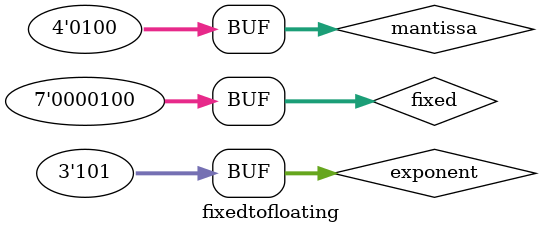
<source format=v>
module fixedtofloating;
reg [6:0] fixed;
reg [3:0] mantissa;
reg [2:0] exponent;
always @ (*) begin
if (fixed[5] != fixed[6]) begin
mantissa[3:0] = {fixed[6],fixed[5],fixed[4],fixed[3]};
exponent[2:0] = 3'b000;
end else if (fixed[4] != fixed[6]) begin
mantissa[3:0] = {fixed[5],fixed[4],fixed[3],fixed[2]};
exponent[2:0] = 3'b111;
end else if (fixed[3] != fixed[6]) begin
mantissa[3:0] = {fixed[4],fixed[3],fixed[2],fixed[1]};
exponent[2:0] = 3'b110;
end else if (fixed[2] != fixed[6]) begin
mantissa[3:0] = {fixed[3],fixed[2],fixed[1],fixed[0]};
exponent[2:0] = 3'b101;
end else begin
mantissa[3:0] = {fixed[2],fixed[1],fixed[0],1'b0};
exponent[2:0] = 3'b100;
end
end

initial 
begin
$monitor($time," Fixed Point Input = %b \t Mantissa = %b \t Exponent = %b \n",fixed[6:0],mantissa[3:0],exponent[2:0]);
#10;
fixed[6:0] = 1100100;
#50;
fixed[6:0] = 1010010;
#50;
fixed[6:0] = 0011100;
#50;
fixed[6:0] = 0100100;
#50;
end
endmodule

</source>
